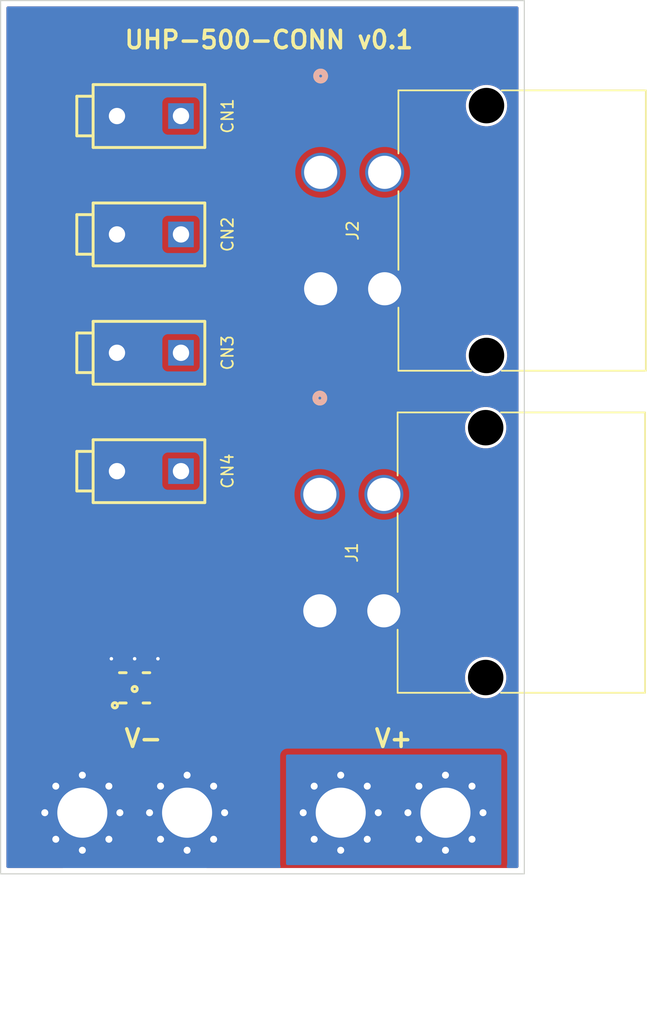
<source format=kicad_pcb>
(kicad_pcb (version 20241229) (generator "pcbnew") (generator_version "9.0")
  (layers (0 "F.Cu" signal) (2 "B.Cu" signal) (13 "F.Paste" user) (15 "B.Paste" user) (5 "F.SilkS" user "F.Silkscreen") (7 "B.SilkS" user "B.Silkscreen") (1 "F.Mask" user) (3 "B.Mask" user) (25 "Edge.Cuts" user))
  (net 0 "")
  (net 1 "+VDC")
  (net 2 "GND")
  (footprint "easyeda2kicad:CONN_SDA-42820-0002_02_RC_MOL" (layer "F.Cu") (at 47.250001 64.25 90)
    (property "Reference" "J2" (at -5 2.75 90) (layer "F.SilkS"))
    (property "Value" "428202214")
    (fp_line (start 7.0396 6.682999) (end 1.623932 6.682999) (stroke (width 0.1524)) (layer "F.SilkS"))
    (fp_line (start -1.623932 6.682999) (end -8.376068 6.682999) (stroke (width 0.1524)) (layer "F.SilkS"))
    (fp_line (start -11.623932 6.682999) (end -17.0396 6.682999) (stroke (width 0.1524)) (layer "F.SilkS"))
    (fp_line (start -17.0396 6.682999) (end -17.0396 12.933782) (stroke (width 0.1524)) (layer "F.SilkS"))
    (fp_line (start 7.0396 12.933782) (end 7.0396 6.682999) (stroke (width 0.1524)) (layer "F.SilkS"))
    (fp_line (start -17.0396 15.566217) (end -17.0396 27.9428) (stroke (width 0.1524)) (layer "F.SilkS"))
    (fp_line (start 7.0396 27.9428) (end 7.0396 15.566217) (stroke (width 0.1524)) (layer "F.SilkS"))
    (fp_line (start -17.0396 27.9428) (end 7.0396 27.9428) (stroke (width 0.1524)) (layer "F.SilkS"))
    (fp_circle (center 8.269999 0) (end 8.650999 0) (stroke (width 0.508)) (fill no) (layer "F.SilkS"))
    (fp_circle (center 8.269999 0) (end 8.650999 0) (stroke (width 0.508)) (fill no) (layer "B.SilkS"))
    (pad "" np_thru_hole circle (at -15.729999 14.249999 90) (size 3.048 3.048) (drill 3.048) (layers))
    (pad "" np_thru_hole circle (at 5.729999 14.249999 90) (size 3.048 3.048) (drill 3.048) (layers))
    (pad "1_1" thru_hole circle (at 0 0 90) (size 3.3528 3.3528) (drill 2.8448) (layers "*.Cu" "*.Mask") (net 1 "+VDC"))
    (pad "1_2" thru_hole circle (at 0 5.499999 90) (size 3.3528 3.3528) (drill 2.8448) (layers "*.Cu" "*.Mask") (net 1 "+VDC"))
    (pad "2_1" thru_hole circle (at -10 0 90) (size 3.3528 3.3528) (drill 2.8448) (layers "*.Cu" "*.Mask") (net 2 "GND"))
    (pad "2_2" thru_hole circle (at -10 5.499999 90) (size 3.3528 3.3528) (drill 2.8448) (layers "*.Cu" "*.Mask") (net 2 "GND"))
  )
  (footprint "easyeda2kicad:CONN-TH_39288020" (layer "F.Cu") (at 32.5 89.916667 -90)
    (property "Reference" "CN4" (at 0 -6.75 90) (layer "F.SilkS"))
    (property "Value" "39288020")
    (fp_line (start -1.7 6.2) (end 1.7 6.2) (stroke (width 0.25)) (layer "F.SilkS"))
    (fp_line (start -1.7 6.2) (end -1.7 4.8) (stroke (width 0.25)) (layer "F.SilkS"))
    (fp_line (start 1.7 6.2) (end 1.7 4.8) (stroke (width 0.25)) (layer "F.SilkS"))
    (fp_line (start -2.7 4.8) (end -2.7 -4.8) (stroke (width 0.25)) (layer "F.SilkS"))
    (fp_line (start 2.7 4.8) (end -2.7 4.8) (stroke (width 0.25)) (layer "F.SilkS"))
    (fp_line (start 2.7 4.8) (end 2.7 -4.8) (stroke (width 0.25)) (layer "F.SilkS"))
    (fp_line (start 2.7 -4.8) (end -2.7 -4.8) (stroke (width 0.25)) (layer "F.SilkS"))
    (pad "1" thru_hole rect (at 0 -2.75 90) (size 2.2 2.2) (drill 1.399997) (layers "*.Cu" "*.Mask") (net 1 "+VDC"))
    (pad "2" thru_hole circle (at 0 2.75 90) (size 2.2 2.2) (drill 1.399997) (layers "*.Cu" "*.Mask") (net 2 "GND"))
  )
  (footprint "easyeda2kicad:CONN-TH_39288020" (layer "F.Cu") (at 32.5 69.583334 -90)
    (property "Reference" "CN2" (at 0 -6.75 90) (layer "F.SilkS"))
    (property "Value" "39288020")
    (fp_line (start -1.7 6.2) (end 1.7 6.2) (stroke (width 0.25)) (layer "F.SilkS"))
    (fp_line (start -1.7 6.2) (end -1.7 4.8) (stroke (width 0.25)) (layer "F.SilkS"))
    (fp_line (start 1.7 6.2) (end 1.7 4.8) (stroke (width 0.25)) (layer "F.SilkS"))
    (fp_line (start -2.7 4.8) (end -2.7 -4.8) (stroke (width 0.25)) (layer "F.SilkS"))
    (fp_line (start 2.7 4.8) (end -2.7 4.8) (stroke (width 0.25)) (layer "F.SilkS"))
    (fp_line (start 2.7 4.8) (end 2.7 -4.8) (stroke (width 0.25)) (layer "F.SilkS"))
    (fp_line (start 2.7 -4.8) (end -2.7 -4.8) (stroke (width 0.25)) (layer "F.SilkS"))
    (pad "1" thru_hole rect (at 0 -2.75 90) (size 2.2 2.2) (drill 1.399997) (layers "*.Cu" "*.Mask") (net 1 "+VDC"))
    (pad "2" thru_hole circle (at 0 2.75 90) (size 2.2 2.2) (drill 1.399997) (layers "*.Cu" "*.Mask") (net 2 "GND"))
  )
  (footprint "MountingHole:MountingHole_4.3mm_M4_Pad_Via" (layer "F.Cu") (at 26.775 119.25)
    (property "Reference" "H3" (hide yes))
    (property "Value" "MountingHole_Pad")
    (pad "1" thru_hole circle (at -3.225 0) (size 0.9 0.9) (drill 0.6) (layers "*.Cu" "*.Mask") (net 2 "GND"))
    (pad "1" thru_hole circle (at -2.280419 -2.280419) (size 0.9 0.9) (drill 0.6) (layers "*.Cu" "*.Mask") (net 2 "GND"))
    (pad "1" thru_hole circle (at -2.280419 2.280419) (size 0.9 0.9) (drill 0.6) (layers "*.Cu" "*.Mask") (net 2 "GND"))
    (pad "1" thru_hole circle (at 0 -3.225) (size 0.9 0.9) (drill 0.6) (layers "*.Cu" "*.Mask") (net 2 "GND"))
    (pad "1" thru_hole circle (at 0 0) (size 8.6 8.6) (drill 4.3) (layers "*.Cu" "*.Mask") (net 2 "GND"))
    (pad "1" thru_hole circle (at 0 3.225) (size 0.9 0.9) (drill 0.6) (layers "*.Cu" "*.Mask") (net 2 "GND"))
    (pad "1" thru_hole circle (at 2.280419 -2.280419) (size 0.9 0.9) (drill 0.6) (layers "*.Cu" "*.Mask") (net 2 "GND"))
    (pad "1" thru_hole circle (at 2.280419 2.280419) (size 0.9 0.9) (drill 0.6) (layers "*.Cu" "*.Mask") (net 2 "GND"))
    (pad "1" thru_hole circle (at 3.225 0) (size 0.9 0.9) (drill 0.6) (layers "*.Cu" "*.Mask") (net 2 "GND"))
  )
  (footprint "easyeda2kicad:CONN_SDA-42820-0002_02_RC_MOL" (layer "F.Cu") (at 47.1803 91.9104 90)
    (property "Reference" "J1" (at -5 2.75 90) (layer "F.SilkS"))
    (property "Value" "428202214")
    (fp_line (start 7.0396 6.682999) (end 1.623932 6.682999) (stroke (width 0.1524)) (layer "F.SilkS"))
    (fp_line (start -1.623932 6.682999) (end -8.376068 6.682999) (stroke (width 0.1524)) (layer "F.SilkS"))
    (fp_line (start -11.623932 6.682999) (end -17.0396 6.682999) (stroke (width 0.1524)) (layer "F.SilkS"))
    (fp_line (start -17.0396 6.682999) (end -17.0396 12.933782) (stroke (width 0.1524)) (layer "F.SilkS"))
    (fp_line (start 7.0396 12.933782) (end 7.0396 6.682999) (stroke (width 0.1524)) (layer "F.SilkS"))
    (fp_line (start -17.0396 15.566217) (end -17.0396 27.9428) (stroke (width 0.1524)) (layer "F.SilkS"))
    (fp_line (start 7.0396 27.9428) (end 7.0396 15.566217) (stroke (width 0.1524)) (layer "F.SilkS"))
    (fp_line (start -17.0396 27.9428) (end 7.0396 27.9428) (stroke (width 0.1524)) (layer "F.SilkS"))
    (fp_circle (center 8.269999 0) (end 8.650999 0) (stroke (width 0.508)) (fill no) (layer "F.SilkS"))
    (fp_circle (center 8.269999 0) (end 8.650999 0) (stroke (width 0.508)) (fill no) (layer "B.SilkS"))
    (pad "" np_thru_hole circle (at -15.729999 14.249999 90) (size 3.048 3.048) (drill 3.048) (layers))
    (pad "" np_thru_hole circle (at 5.729999 14.249999 90) (size 3.048 3.048) (drill 3.048) (layers))
    (pad "1_1" thru_hole circle (at 0 0 90) (size 3.3528 3.3528) (drill 2.8448) (layers "*.Cu" "*.Mask") (net 1 "+VDC"))
    (pad "1_2" thru_hole circle (at 0 5.499999 90) (size 3.3528 3.3528) (drill 2.8448) (layers "*.Cu" "*.Mask") (net 1 "+VDC"))
    (pad "2_1" thru_hole circle (at -10 0 90) (size 3.3528 3.3528) (drill 2.8448) (layers "*.Cu" "*.Mask") (net 2 "GND"))
    (pad "2_2" thru_hole circle (at -10 5.499999 90) (size 3.3528 3.3528) (drill 2.8448) (layers "*.Cu" "*.Mask") (net 2 "GND"))
  )
  (footprint "MountingHole:MountingHole_4.3mm_M4_Pad_Via" (layer "F.Cu") (at 35.775 119.25)
    (property "Reference" "H4" (hide yes))
    (property "Value" "MountingHole_Pad")
    (pad "1" thru_hole circle (at -3.225 0) (size 0.9 0.9) (drill 0.6) (layers "*.Cu" "*.Mask") (net 2 "GND"))
    (pad "1" thru_hole circle (at -2.280419 -2.280419) (size 0.9 0.9) (drill 0.6) (layers "*.Cu" "*.Mask") (net 2 "GND"))
    (pad "1" thru_hole circle (at -2.280419 2.280419) (size 0.9 0.9) (drill 0.6) (layers "*.Cu" "*.Mask") (net 2 "GND"))
    (pad "1" thru_hole circle (at 0 -3.225) (size 0.9 0.9) (drill 0.6) (layers "*.Cu" "*.Mask") (net 2 "GND"))
    (pad "1" thru_hole circle (at 0 0) (size 8.6 8.6) (drill 4.3) (layers "*.Cu" "*.Mask") (net 2 "GND"))
    (pad "1" thru_hole circle (at 0 3.225) (size 0.9 0.9) (drill 0.6) (layers "*.Cu" "*.Mask") (net 2 "GND"))
    (pad "1" thru_hole circle (at 2.280419 -2.280419) (size 0.9 0.9) (drill 0.6) (layers "*.Cu" "*.Mask") (net 2 "GND"))
    (pad "1" thru_hole circle (at 2.280419 2.280419) (size 0.9 0.9) (drill 0.6) (layers "*.Cu" "*.Mask") (net 2 "GND"))
    (pad "1" thru_hole circle (at 3.225 0) (size 0.9 0.9) (drill 0.6) (layers "*.Cu" "*.Mask") (net 2 "GND"))
  )
  (footprint "easyeda2kicad:ANT-SMD_73412-0110" (layer "F.Cu") (at 31.267909 108.525862)
    (property "Reference" "RF1" (hide yes))
    (property "Value" "73412-0110")
    (fp_line (start -1.3 -1.3) (end -0.73 -1.3) (stroke (width 0.25)) (layer "F.SilkS"))
    (fp_line (start -0.73 1.3) (end -1.3 1.3) (stroke (width 0.25)) (layer "F.SilkS"))
    (fp_line (start 0.73 -1.3) (end 1.3 -1.3) (stroke (width 0.25)) (layer "F.SilkS"))
    (fp_line (start 1.3 1.3) (end 0.73 1.3) (stroke (width 0.25)) (layer "F.SilkS"))
    (fp_circle (center -1.7 1.5) (end -1.6 1.5) (stroke (width 0.25)) (fill no) (layer "F.SilkS"))
    (fp_circle (center 0 0.1) (end 0.22 0.1) (stroke (width 0.25)) (fill no) (layer "F.SilkS"))
    (pad "1" smd rect (at -1.5 0 270) (size 2.2 1.1) (layers "F.Cu" "F.Mask" "F.Paste") (net 2 "GND"))
    (pad "2" smd rect (at 0 1.4 270) (size 1.6 1) (layers "F.Cu" "F.Mask" "F.Paste") (net 1 "+VDC"))
    (pad "3" smd rect (at 1.5 0 270) (size 2.2 1.1) (layers "F.Cu" "F.Mask" "F.Paste") (net 2 "GND"))
    (pad "4" smd rect (at 0 -1.4 270) (size 1 1) (layers "F.Cu" "F.Mask" "F.Paste") (net 2 "GND"))
  )
  (footprint "MountingHole:MountingHole_4.3mm_M4_Pad_Via" (layer "F.Cu") (at 48.975 119.25)
    (property "Reference" "H1" (hide yes))
    (property "Value" "MountingHole_Pad")
    (pad "1" thru_hole circle (at -3.225 0) (size 0.9 0.9) (drill 0.6) (layers "*.Cu" "*.Mask") (net 1 "+VDC"))
    (pad "1" thru_hole circle (at -2.280419 -2.280419) (size 0.9 0.9) (drill 0.6) (layers "*.Cu" "*.Mask") (net 1 "+VDC"))
    (pad "1" thru_hole circle (at -2.280419 2.280419) (size 0.9 0.9) (drill 0.6) (layers "*.Cu" "*.Mask") (net 1 "+VDC"))
    (pad "1" thru_hole circle (at 0 -3.225) (size 0.9 0.9) (drill 0.6) (layers "*.Cu" "*.Mask") (net 1 "+VDC"))
    (pad "1" thru_hole circle (at 0 0) (size 8.6 8.6) (drill 4.3) (layers "*.Cu" "*.Mask") (net 1 "+VDC"))
    (pad "1" thru_hole circle (at 0 3.225) (size 0.9 0.9) (drill 0.6) (layers "*.Cu" "*.Mask") (net 1 "+VDC"))
    (pad "1" thru_hole circle (at 2.280419 -2.280419) (size 0.9 0.9) (drill 0.6) (layers "*.Cu" "*.Mask") (net 1 "+VDC"))
    (pad "1" thru_hole circle (at 2.280419 2.280419) (size 0.9 0.9) (drill 0.6) (layers "*.Cu" "*.Mask") (net 1 "+VDC"))
    (pad "1" thru_hole circle (at 3.225 0) (size 0.9 0.9) (drill 0.6) (layers "*.Cu" "*.Mask") (net 1 "+VDC"))
  )
  (footprint "MountingHole:MountingHole_4.3mm_M4_Pad_Via" (layer "F.Cu") (at 57.975 119.25)
    (property "Reference" "H2" (hide yes))
    (property "Value" "MountingHole_Pad")
    (pad "1" thru_hole circle (at -3.225 0) (size 0.9 0.9) (drill 0.6) (layers "*.Cu" "*.Mask") (net 1 "+VDC"))
    (pad "1" thru_hole circle (at -2.280419 -2.280419) (size 0.9 0.9) (drill 0.6) (layers "*.Cu" "*.Mask") (net 1 "+VDC"))
    (pad "1" thru_hole circle (at -2.280419 2.280419) (size 0.9 0.9) (drill 0.6) (layers "*.Cu" "*.Mask") (net 1 "+VDC"))
    (pad "1" thru_hole circle (at 0 -3.225) (size 0.9 0.9) (drill 0.6) (layers "*.Cu" "*.Mask") (net 1 "+VDC"))
    (pad "1" thru_hole circle (at 0 0) (size 8.6 8.6) (drill 4.3) (layers "*.Cu" "*.Mask") (net 1 "+VDC"))
    (pad "1" thru_hole circle (at 0 3.225) (size 0.9 0.9) (drill 0.6) (layers "*.Cu" "*.Mask") (net 1 "+VDC"))
    (pad "1" thru_hole circle (at 2.280419 -2.280419) (size 0.9 0.9) (drill 0.6) (layers "*.Cu" "*.Mask") (net 1 "+VDC"))
    (pad "1" thru_hole circle (at 2.280419 2.280419) (size 0.9 0.9) (drill 0.6) (layers "*.Cu" "*.Mask") (net 1 "+VDC"))
    (pad "1" thru_hole circle (at 3.225 0) (size 0.9 0.9) (drill 0.6) (layers "*.Cu" "*.Mask") (net 1 "+VDC"))
  )
  (footprint "easyeda2kicad:CONN-TH_39288020" (layer "F.Cu") (at 32.5 79.75 -90)
    (property "Reference" "CN3" (at 0 -6.75 90) (layer "F.SilkS"))
    (property "Value" "39288020")
    (fp_line (start -1.7 6.2) (end 1.7 6.2) (stroke (width 0.25)) (layer "F.SilkS"))
    (fp_line (start -1.7 6.2) (end -1.7 4.8) (stroke (width 0.25)) (layer "F.SilkS"))
    (fp_line (start 1.7 6.2) (end 1.7 4.8) (stroke (width 0.25)) (layer "F.SilkS"))
    (fp_line (start -2.7 4.8) (end -2.7 -4.8) (stroke (width 0.25)) (layer "F.SilkS"))
    (fp_line (start 2.7 4.8) (end -2.7 4.8) (stroke (width 0.25)) (layer "F.SilkS"))
    (fp_line (start 2.7 4.8) (end 2.7 -4.8) (stroke (width 0.25)) (layer "F.SilkS"))
    (fp_line (start 2.7 -4.8) (end -2.7 -4.8) (stroke (width 0.25)) (layer "F.SilkS"))
    (pad "1" thru_hole rect (at 0 -2.75 90) (size 2.2 2.2) (drill 1.399997) (layers "*.Cu" "*.Mask") (net 1 "+VDC"))
    (pad "2" thru_hole circle (at 0 2.75 90) (size 2.2 2.2) (drill 1.399997) (layers "*.Cu" "*.Mask") (net 2 "GND"))
  )
  (footprint "easyeda2kicad:CONN-TH_39288020" (layer "F.Cu") (at 32.5 59.416667 -90)
    (property "Reference" "CN1" (at 0 -6.75 90) (layer "F.SilkS"))
    (property "Value" "39288020")
    (fp_line (start -1.7 6.2) (end 1.7 6.2) (stroke (width 0.25)) (layer "F.SilkS"))
    (fp_line (start -1.7 6.2) (end -1.7 4.8) (stroke (width 0.25)) (layer "F.SilkS"))
    (fp_line (start 1.7 6.2) (end 1.7 4.8) (stroke (width 0.25)) (layer "F.SilkS"))
    (fp_line (start -2.7 4.8) (end -2.7 -4.8) (stroke (width 0.25)) (layer "F.SilkS"))
    (fp_line (start 2.7 4.8) (end -2.7 4.8) (stroke (width 0.25)) (layer "F.SilkS"))
    (fp_line (start 2.7 4.8) (end 2.7 -4.8) (stroke (width 0.25)) (layer "F.SilkS"))
    (fp_line (start 2.7 -4.8) (end -2.7 -4.8) (stroke (width 0.25)) (layer "F.SilkS"))
    (pad "1" thru_hole rect (at 0 -2.75 90) (size 2.2 2.2) (drill 1.399997) (layers "*.Cu" "*.Mask") (net 1 "+VDC"))
    (pad "2" thru_hole circle (at 0 2.75 90) (size 2.2 2.2) (drill 1.399997) (layers "*.Cu" "*.Mask") (net 2 "GND"))
  )
  (gr_rect (start 19.75 49.5) (end 64.75 124.5) (stroke (width 0.1)) (fill no) (layer "Edge.Cuts"))
  (gr_text "UHP-500-CONN v0.1" (at 30.25 53.75 0) (layer "F.SilkS") (effects (font (size 1.5 1.5) (thickness 0.3) (bold yes)) (justify left bottom)))
  (gr_text "V+" (at 51.75 113.75 0) (layer "F.SilkS") (effects (font (size 1.5 1.5) (thickness 0.3) (bold yes)) (justify left bottom)))
  (gr_text "V-" (at 30.25 113.75 0) (layer "F.SilkS") (effects (font (size 1.5 1.5) (thickness 0.3) (bold yes)) (justify left bottom)))
  (via (at 31.267909 106.025862) (size 0.6) (drill 0.3) (layers "F.Cu" "B.Cu") (net 2))
  (via (at 29.267909 106.025862) (size 0.6) (drill 0.3) (layers "F.Cu" "B.Cu") (net 2))
  (via (at 33.267909 106.025862) (size 0.6) (drill 0.3) (layers "F.Cu" "B.Cu") (net 2))
  (zone (net 2) (net_name "GND") (layer "F.Cu") (priority 2) (connect_pads yes (clearance 0.5)) (min_thickness 0.25) (fill yes (thermal_gap 0.5) (thermal_bridge_width 0.5))
    (polygon (pts (xy 26.767909 97.525862) (xy 35.767909 97.525862) (xy 35.767909 108.525862) (xy 26.767909 108.525862)))
  )
  (zone (net 1) (net_name "+VDC") (layer "F.Cu") (connect_pads yes (clearance 0.5)) (min_thickness 0.25) (fill yes (thermal_gap 0.5) (thermal_bridge_width 0.5))
    (polygon (pts (xy 19.75 49.5) (xy 64.75 49.5) (xy 64.75 124.5) (xy 19.75 124.5)))
  )
  (zone (net 2) (net_name "GND") (layer "B.Cu") (connect_pads yes (clearance 0.5)) (min_thickness 0.25) (fill yes (thermal_gap 0.5) (thermal_bridge_width 0.5))
    (polygon (pts (xy 19.75 49.5) (xy 64.75 49.5) (xy 64.75 124.5) (xy 19.75 124.5)))
  )
  (zone (net 1) (net_name "+VDC") (layer "B.Cu") (priority 1) (connect_pads yes (clearance 0.5)) (min_thickness 0.25) (fill yes (thermal_gap 0.5) (thermal_bridge_width 0.5))
    (polygon (pts (xy 44.275 123.75) (xy 44.275 114.25) (xy 62.775 114.25) (xy 62.775 123.75)))
  )
)
</source>
